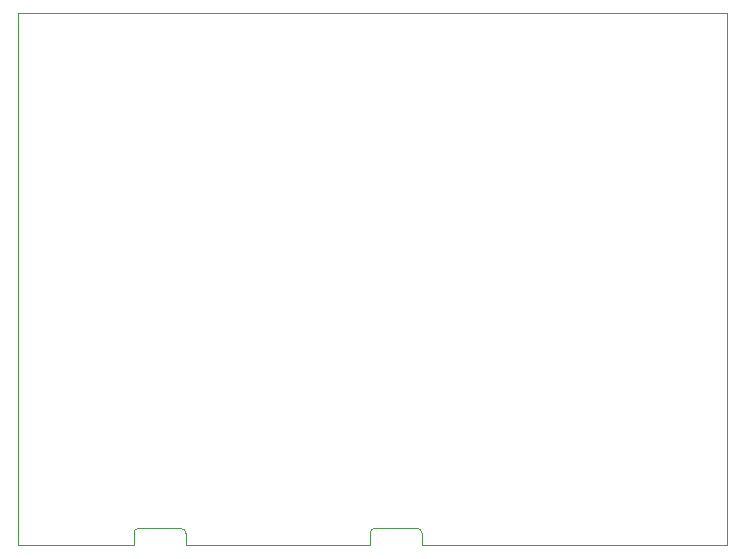
<source format=gbr>
%TF.GenerationSoftware,KiCad,Pcbnew,8.0.3*%
%TF.CreationDate,2024-07-08T19:30:15+01:00*%
%TF.ProjectId,ArduinoProMiniMIDIUSBHost,41726475-696e-46f5-9072-6f4d696e694d,rev?*%
%TF.SameCoordinates,Original*%
%TF.FileFunction,Profile,NP*%
%FSLAX46Y46*%
G04 Gerber Fmt 4.6, Leading zero omitted, Abs format (unit mm)*
G04 Created by KiCad (PCBNEW 8.0.3) date 2024-07-08 19:30:15*
%MOMM*%
%LPD*%
G01*
G04 APERTURE LIST*
%TA.AperFunction,Profile*%
%ADD10C,0.050000*%
%TD*%
%TA.AperFunction,Profile*%
%ADD11C,0.120000*%
%TD*%
G04 APERTURE END LIST*
D10*
X138500000Y-95000000D02*
X160000000Y-95000000D01*
X160000000Y-50000000D02*
X160000000Y-95000000D01*
X100000000Y-95000000D02*
X105500000Y-95000000D01*
X118500000Y-95000000D02*
X125500000Y-95000000D01*
X160000000Y-50000000D02*
X100000000Y-50000000D01*
X100000000Y-50000000D02*
X100000000Y-95000000D01*
D11*
%TO.C,J1*%
X109800000Y-94000000D02*
X109800000Y-95000000D01*
X109800000Y-95000000D02*
X105500000Y-95000000D01*
X113800000Y-93600000D02*
X110200000Y-93600000D01*
X114200000Y-94000000D02*
X114200000Y-95000000D01*
X114200000Y-95000000D02*
X118500000Y-95000000D01*
X109800000Y-94000000D02*
G75*
G02*
X110200000Y-93600000I400002J-2D01*
G01*
X113800000Y-93600000D02*
G75*
G02*
X114200000Y-94000000I0J-400000D01*
G01*
%TO.C,J2*%
X129800000Y-94000000D02*
X129800000Y-95000000D01*
X129800000Y-95000000D02*
X125500000Y-95000000D01*
X133800000Y-93600000D02*
X130200000Y-93600000D01*
X134200000Y-94000000D02*
X134200000Y-95000000D01*
X134200000Y-95000000D02*
X138500000Y-95000000D01*
X129800000Y-94000000D02*
G75*
G02*
X130200000Y-93600000I400002J-2D01*
G01*
X133800000Y-93600000D02*
G75*
G02*
X134200000Y-94000000I0J-400000D01*
G01*
%TD*%
M02*

</source>
